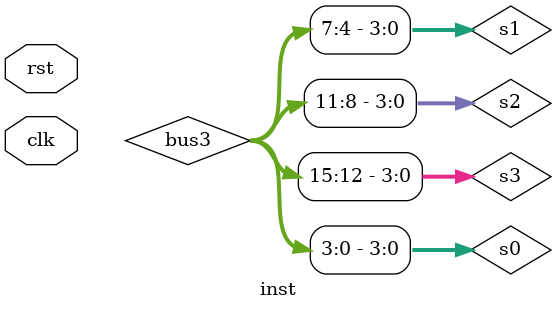
<source format=v>
module inst(clk, rst);
    input clk;
    input rst;

    wire [15:0] bus1, bus3, t0, t1, t2, t3, t4, t5, t6, t7, t8, temp, a_out, temp1, alu_out,  xor_out, add_out, sub_out, g, data;
	wire [2:0] and_out, or_out, divide_out, mod_out;
	wire [3:0] func, s0, s1, s2, s3;
	wire data_out, a_in, g_out, g_in,  AddSub, AS_enable, XOR_enable;
	wire [7:0] bus1_buf_en, bus2_buf_en, bus3_buf_en, reg_en;
	wire [4:0] current_state;
	wire [6:0] math_enables;
	wire [22:0] code;
	wire [4:0] address;
	wire [4:0] ad;

	wire [2:0] switch_choice;
	wire [6:0] hex0, hex1, hex2, hex3;

	RAM_ROM rom(.address(address), .code(code), .sw(switch_choice));

    counter count(.clk(clk), .address(address), .rst(rst), .func(func));

	new_fsm cc(.func(func), .code(code), .clk(clk), .current_state(current_state), .next_state(current_state), .data_out(data_out), .bus1_buf_en(bus1_buf_en), .bus2_buf_en(bus2_buf_en), .a_in(a_in), .g_in(g_in), .g_out(g_out), .reg_en(reg_en), .math_enables(math_enables), .d(data));
	// my_fsm cc(.current_state(current_state), .input1(in1), .input2(in2), .func(func), .clk(clk), .next_state(current_state), .data_out(data_out), .R_in(reg_in), .R_out(reg_out), .AddSub(AddSub), .a_in(a_in), .g_in(g_in), .g_out(g_out), .math_enables(math_out));

	reg_decoder buf3(.reg_num(switch_choice), .clk(clk), .reg_enable(bus3_buf_en));

	//registers
	tri_buf D(.a(data), .enable(data_out), .b(bus1));

	register R0(.x(bus1), .clk(clk), .enable(reg_en[7]), .y(t0));
	register R1(.x(bus1), .clk(clk), .enable(reg_en[6]), .y(t1));
	register R2(.x(bus1), .clk(clk), .enable(reg_en[5]), .y(t2));
	register R3(.x(bus1), .clk(clk), .enable(reg_en[4]), .y(t3));
	register R4(.x(bus1), .clk(clk), .enable(reg_en[3]), .y(t4));
	register R5(.x(bus1), .clk(clk), .enable(reg_en[2]), .y(t5));
	register R6(.x(bus1), .clk(clk), .enable(reg_en[1]), .y(t6));
	register R7(.x(bus1), .clk(clk), .enable(reg_en[0]), .y(t7));


	tri_buf T0(.a(t0), .enable(bus1_buf_en[7]), .b(bus1));
	tri_buf T1(.a(t1), .enable(bus1_buf_en[6]), .b(bus1));
	tri_buf T2(.a(t2), .enable(bus1_buf_en[5]), .b(bus1));
	tri_buf T3(.a(t3), .enable(bus1_buf_en[4]), .b(bus1));
	tri_buf T4(.a(t4), .enable(bus1_buf_en[3]), .b(bus1));
	tri_buf T5(.a(t5), .enable(bus1_buf_en[2]), .b(bus1));
	tri_buf T6(.a(t6), .enable(bus1_buf_en[1]), .b(bus1));
	tri_buf T7(.a(t7), .enable(bus1_buf_en[0]), .b(bus1));

	tri_buf B3T0(.a(t0), .enable(bus3_buf_en[7]), .b(bus3));
	tri_buf B3T1(.a(t1), .enable(bus3_buf_en[6]), .b(bus3));
	tri_buf B3T2(.a(t2), .enable(bus3_buf_en[5]), .b(bus3));
	tri_buf B3T3(.a(t3), .enable(bus3_buf_en[4]), .b(bus3));
	tri_buf B3T4(.a(t4), .enable(bus3_buf_en[3]), .b(bus3));
	tri_buf B3T5(.a(t5), .enable(bus3_buf_en[2]), .b(bus3));
	tri_buf B3T6(.a(t6), .enable(bus3_buf_en[1]), .b(bus3));
	tri_buf B3T7(.a(t7), .enable(bus3_buf_en[0]), .b(bus3));

	register A(.x(bus1), .clk(clk), .enable(a_in), .y(a_out));

	my_alu alu( .p(a_out), .q(bus1), .math_out(math_enables), .g(g));
	

	register G(.x(g), .clk(clk), .enable(g_in), .y(temp1));
	tri_buf g_buf(.a(temp1), .enable(g_out), .b(bus1));

	assign s3 = {bus3[15], bus3[14], bus3[13], bus3[12]};
	assign s2 = {bus3[11], bus3[10], bus3[9], bus3[8]};
	assign s1 = {bus3[7], bus3[6], bus3[5], bus3[4]};
	assign s0 = {bus3[3], bus3[2], bus3[1], bus3[0]};

	hex_to_7seg h3(.hex(s3), .sevenseg(hex3));
	hex_to_7seg h2(.hex(s2), .sevenseg(hex2));
	hex_to_7seg h1(.hex(s1), .sevenseg(hex1));
	hex_to_7seg h0(.hex(s0), .sevenseg(hex0));

	



endmodule
</source>
